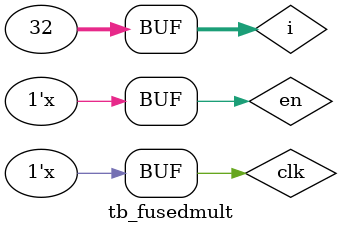
<source format=v>
`timescale 1ns / 1ps

module tb_fusedmult();
    parameter BITWIDTH = 32;
    
    // for my IP
    reg [BITWIDTH-1:0] ain;
    reg [BITWIDTH-1:0] bin;
    reg clk;
    reg en;
    wire [2*BITWIDTH-1:0] dout;
    
    integer i;
    
    // random test vector generation
    initial begin
        clk<=0;
        en<=0;
        
        for(i=0; i<32; i=i+1) begin
            ain = $urandom%(2**31);
            bin = $urandom%(2**31);
            #10;
        end
    end
    
    my_fusedmult #(BITWIDTH) MY_FUSEDMULT(
        .ain(ain),
        .bin(bin),
        .clk(clk),
        .en(en),
        .dout(dout)
    );
    
    always #5 clk = ~clk;
    always #30 en = ~en;

endmodule

</source>
